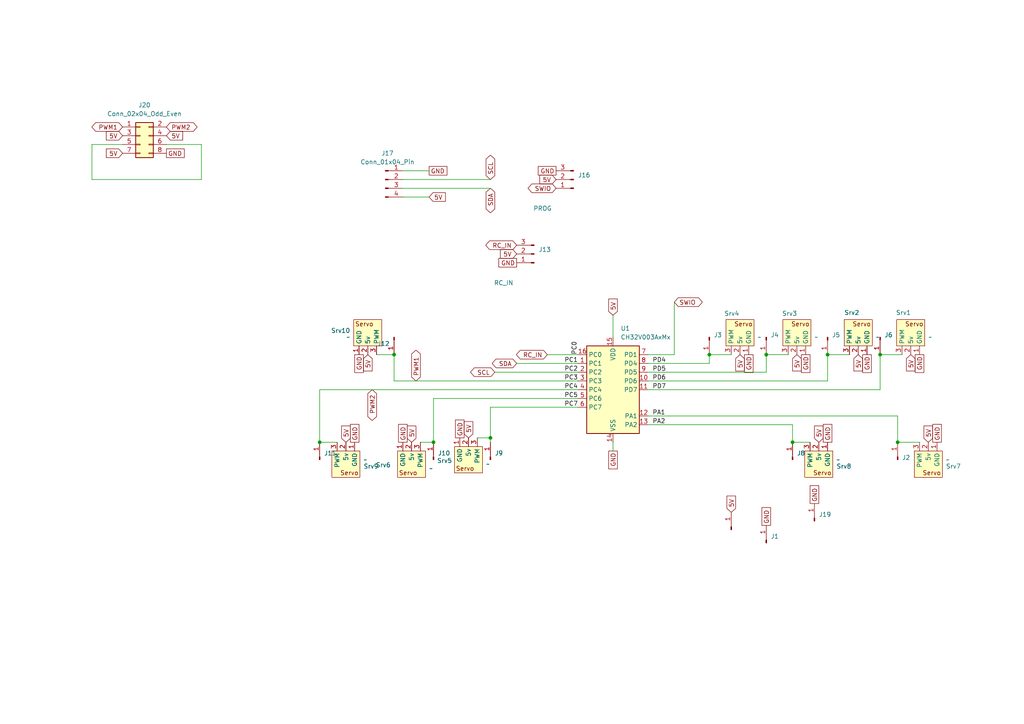
<source format=kicad_sch>
(kicad_sch (version 20231120) (generator "eeschema") (generator_version "8.0")
  (paper "A4")
  (title_block (title "ch32strip-b") (rev "01") (company "ADHDlab"))
  (lib_symbols
    (symbol "Connector:Conn_01x01_Pin" (pin_names (offset 1.016) hide)
      (property "Reference" "J" (at 0 2.54 0))
      (property "Value" "Conn_01x01_Pin" (at 0 -2.54 0))
      (symbol "Conn_01x01_Pin_1_1"
        (polyline (pts (xy 1.27 0) (xy 0.8636 0)) (stroke (width 0.1524)))
        (rectangle (start 0.8636 0.127) (end 0 -0.127) (stroke (width 0.1524)) (fill (type outline)))
        (pin passive line (at 5.08 0 180) (length 3.81) (name "Pin_1") (number "1"))
      )
    )
    (symbol "Connector:Conn_01x03_Pin" (pin_names (offset 1.016) hide)
      (property "Reference" "J" (at 0 5.08 0))
      (property "Value" "Conn_01x03_Pin" (at 0 -5.08 0))
      (symbol "Conn_01x03_Pin_1_1"
        (polyline (pts (xy 1.27 -2.54) (xy 0.8636 -2.54)) (stroke (width 0.1524)))
        (polyline (pts (xy 1.27 0) (xy 0.8636 0)) (stroke (width 0.1524)))
        (polyline (pts (xy 1.27 2.54) (xy 0.8636 2.54)) (stroke (width 0.1524)))
        (rectangle (start 0.8636 -2.413) (end 0 -2.667) (stroke (width 0.1524)) (fill (type outline)))
        (rectangle (start 0.8636 0.127) (end 0 -0.127) (stroke (width 0.1524)) (fill (type outline)))
        (rectangle (start 0.8636 2.667) (end 0 2.413) (stroke (width 0.1524)) (fill (type outline)))
        (pin passive line (at 5.08 2.54 180) (length 3.81) (name "Pin_1") (number "1"))
        (pin passive line (at 5.08 0 180) (length 3.81) (name "Pin_2") (number "2"))
        (pin passive line (at 5.08 -2.54 180) (length 3.81) (name "Pin_3") (number "3"))
      )
    )
    (symbol "Connector:Conn_01x04_Pin" (pin_names (offset 1.016) hide)
      (property "Reference" "J" (at 0 5.08 0))
      (property "Value" "Conn_01x04_Pin" (at 0 -7.62 0))
      (symbol "Conn_01x04_Pin_1_1"
        (polyline (pts (xy 1.27 -5.08) (xy 0.8636 -5.08)) (stroke (width 0.1524)))
        (polyline (pts (xy 1.27 -2.54) (xy 0.8636 -2.54)) (stroke (width 0.1524)))
        (polyline (pts (xy 1.27 0) (xy 0.8636 0)) (stroke (width 0.1524)))
        (polyline (pts (xy 1.27 2.54) (xy 0.8636 2.54)) (stroke (width 0.1524)))
        (rectangle (start 0.8636 -4.953) (end 0 -5.207) (stroke (width 0.1524)) (fill (type outline)))
        (rectangle (start 0.8636 -2.413) (end 0 -2.667) (stroke (width 0.1524)) (fill (type outline)))
        (rectangle (start 0.8636 0.127) (end 0 -0.127) (stroke (width 0.1524)) (fill (type outline)))
        (rectangle (start 0.8636 2.667) (end 0 2.413) (stroke (width 0.1524)) (fill (type outline)))
        (pin passive line (at 5.08 2.54 180) (length 3.81) (name "Pin_1") (number "1"))
        (pin passive line (at 5.08 0 180) (length 3.81) (name "Pin_2") (number "2"))
        (pin passive line (at 5.08 -2.54 180) (length 3.81) (name "Pin_3") (number "3"))
        (pin passive line (at 5.08 -5.08 180) (length 3.81) (name "Pin_4") (number "4"))
      )
    )
    (symbol "Connector_Generic:Conn_02x04_Odd_Even" (pin_names (offset 1.016) hide)
      (property "Reference" "J" (at 1.27 5.08 0))
      (property "Value" "Conn_02x04_Odd_Even" (at 1.27 -7.62 0))
      (symbol "Conn_02x04_Odd_Even_1_1"
        (rectangle (start -1.27 -4.953) (end 0 -5.207) (stroke (width 0.1524)))
        (rectangle (start -1.27 -2.413) (end 0 -2.667) (stroke (width 0.1524)))
        (rectangle (start -1.27 0.127) (end 0 -0.127) (stroke (width 0.1524)))
        (rectangle (start -1.27 2.667) (end 0 2.413) (stroke (width 0.1524)))
        (rectangle (start -1.27 3.81) (end 3.81 -6.35) (stroke (width 0.254)) (fill (type background)))
        (rectangle (start 3.81 -4.953) (end 2.54 -5.207) (stroke (width 0.1524)))
        (rectangle (start 3.81 -2.413) (end 2.54 -2.667) (stroke (width 0.1524)))
        (rectangle (start 3.81 0.127) (end 2.54 -0.127) (stroke (width 0.1524)))
        (rectangle (start 3.81 2.667) (end 2.54 2.413) (stroke (width 0.1524)))
        (pin passive line (at -5.08 2.54 0) (length 3.81) (name "Pin_1") (number "1"))
        (pin passive line (at 7.62 2.54 180) (length 3.81) (name "Pin_2") (number "2"))
        (pin passive line (at -5.08 0 0) (length 3.81) (name "Pin_3") (number "3"))
        (pin passive line (at 7.62 0 180) (length 3.81) (name "Pin_4") (number "4"))
        (pin passive line (at -5.08 -2.54 0) (length 3.81) (name "Pin_5") (number "5"))
        (pin passive line (at 7.62 -2.54 180) (length 3.81) (name "Pin_6") (number "6"))
        (pin passive line (at -5.08 -5.08 0) (length 3.81) (name "Pin_7") (number "7"))
        (pin passive line (at 7.62 -5.08 180) (length 3.81) (name "Pin_8") (number "8"))
      )
    )
    (symbol "MCU_WCH_CH32V0:CH32V003AxMx"
      (property "Reference" "U" (at -7.62 15.24 0))
      (property "Value" "CH32V003AxMx" (at 7.62 15.24 0))
      (symbol "CH32V003AxMx_1_1"
        (rectangle (start -7.62 12.7) (end 7.62 -12.7) (stroke (width 0.254)) (fill (type background)))
        (pin bidirectional line (at -10.16 7.62 0) (length 2.54) (name "PC1") (number "1"))
        (pin bidirectional line (at 10.16 2.54 180) (length 2.54) (name "PD6") (number "10"))
        (pin bidirectional line (at 10.16 0 180) (length 2.54) (name "PD7") (number "11"))
        (pin bidirectional line (at 10.16 -7.62 180) (length 2.54) (name "PA1") (number "12"))
        (pin bidirectional line (at 10.16 -10.16 180) (length 2.54) (name "PA2") (number "13"))
        (pin power_in line (at 0 -15.24 90) (length 2.54) (name "VSS") (number "14"))
        (pin power_in line (at 0 15.24 270) (length 2.54) (name "VDD") (number "15"))
        (pin bidirectional line (at -10.16 10.16 0) (length 2.54) (name "PC0") (number "16"))
        (pin bidirectional line (at -10.16 5.08 0) (length 2.54) (name "PC2") (number "2"))
        (pin bidirectional line (at -10.16 2.54 0) (length 2.54) (name "PC3") (number "3"))
        (pin bidirectional line (at -10.16 0 0) (length 2.54) (name "PC4") (number "4"))
        (pin bidirectional line (at -10.16 -2.54 0) (length 2.54) (name "PC6") (number "5"))
        (pin bidirectional line (at -10.16 -5.08 0) (length 2.54) (name "PC7") (number "6"))
        (pin bidirectional line (at 10.16 10.16 180) (length 2.54) (name "PD1") (number "7"))
        (pin bidirectional line (at 10.16 7.62 180) (length 2.54) (name "PD4") (number "8"))
        (pin bidirectional line (at 10.16 5.08 180) (length 2.54) (name "PD5") (number "9"))
      )
    )
    (symbol "kit:Servo_socket"
      (property "Reference" "Srv" (at 0 4.318 0))
      (symbol "Servo_socket_1_1"
        (rectangle (start 0 2.794) (end 7.62 -5.334) (fill (type background)))
        (text "Servo" (at 6.35 -2.286 900) (effects (font (size 1.27 1.27))))
        (pin passive line (at -2.54 -3.81 0) (length 2.54) (name "GND") (number "1"))
        (pin passive line (at -2.54 -1.27 0) (length 2.54) (name "5v") (number "2"))
        (pin passive line (at -2.54 1.27 0) (length 2.54) (name "PWM") (number "3"))
      )
    )
  )
  (junction (at 240.03 102.87))
  (junction (at 142.24 127))
  (junction (at 255.27 102.87))
  (junction (at 222.25 102.87))
  (junction (at 125.73 128.27))
  (junction (at 260.35 128.27))
  (junction (at 229.87 128.27))
  (junction (at 205.74 102.87))
  (junction (at 92.71 128.27))
  (junction (at 114.3 102.87))
  (wire (pts (xy 158.75 102.87) (xy 167.64 102.87)))
  (wire (pts (xy 229.87 128.27) (xy 229.87 123.19)))
  (wire (pts (xy 149.86 105.41) (xy 167.64 105.41)))
  (wire (pts (xy 26.67 41.91) (xy 26.67 52.07)))
  (wire (pts (xy 255.27 113.03) (xy 187.96 113.03)))
  (wire (pts (xy 92.71 128.27) (xy 97.79 128.27)))
  (wire (pts (xy 114.3 102.87) (xy 114.3 110.49)))
  (wire (pts (xy 229.87 123.19) (xy 187.96 123.19)))
  (wire (pts (xy 125.73 128.27) (xy 125.73 115.57)))
  (wire (pts (xy 92.71 113.03) (xy 92.71 128.27)))
  (wire (pts (xy 229.87 128.27) (xy 234.95 128.27)))
  (wire (pts (xy 195.58 87.63) (xy 195.58 102.87)))
  (wire (pts (xy 177.8 91.44) (xy 177.8 97.79)))
  (wire (pts (xy 92.71 113.03) (xy 167.64 113.03)))
  (wire (pts (xy 222.25 102.87) (xy 228.6 102.87)))
  (wire (pts (xy 195.58 102.87) (xy 187.96 102.87)))
  (wire (pts (xy 143.51 107.95) (xy 167.64 107.95)))
  (wire (pts (xy 116.84 57.15) (xy 124.46 57.15)))
  (wire (pts (xy 205.74 102.87) (xy 212.09 102.87)))
  (wire (pts (xy 255.27 102.87) (xy 255.27 113.03)))
  (wire (pts (xy 222.25 102.87) (xy 222.25 107.95)))
  (wire (pts (xy 142.24 127) (xy 142.24 128.27)))
  (wire (pts (xy 58.42 41.91) (xy 58.42 52.07)))
  (wire (pts (xy 260.35 128.27) (xy 266.7 128.27)))
  (wire (pts (xy 240.03 102.87) (xy 240.03 110.49)))
  (wire (pts (xy 125.73 115.57) (xy 167.64 115.57)))
  (wire (pts (xy 205.74 105.41) (xy 187.96 105.41)))
  (wire (pts (xy 255.27 102.87) (xy 261.62 102.87)))
  (wire (pts (xy 260.35 120.65) (xy 187.96 120.65)))
  (wire (pts (xy 35.56 41.91) (xy 26.67 41.91)))
  (wire (pts (xy 177.8 128.27) (xy 177.8 130.81)))
  (wire (pts (xy 187.96 107.95) (xy 222.25 107.95)))
  (wire (pts (xy 187.96 110.49) (xy 240.03 110.49)))
  (wire (pts (xy 260.35 128.27) (xy 260.35 120.65)))
  (wire (pts (xy 26.67 52.07) (xy 58.42 52.07)))
  (wire (pts (xy 121.92 128.27) (xy 125.73 128.27)))
  (wire (pts (xy 142.24 118.11) (xy 167.64 118.11)))
  (wire (pts (xy 116.84 49.53) (xy 124.46 49.53)))
  (wire (pts (xy 114.3 110.49) (xy 167.64 110.49)))
  (wire (pts (xy 116.84 52.07) (xy 142.24 52.07)))
  (wire (pts (xy 240.03 102.87) (xy 246.38 102.87)))
  (wire (pts (xy 142.24 127) (xy 142.24 118.11)))
  (wire (pts (xy 116.84 54.61) (xy 142.24 54.61)))
  (wire (pts (xy 114.3 102.87) (xy 109.22 102.87)))
  (wire (pts (xy 142.24 127) (xy 138.43 127)))
  (wire (pts (xy 205.74 102.87) (xy 205.74 105.41)))
  (wire (pts (xy 48.26 41.91) (xy 58.42 41.91)))
  (label "PC5" (at 167.64 115.57 180))
  (label "PA1" (at 189.23 120.65 0))
  (label "PD5" (at 189.23 107.95 0))
  (label "PC7" (at 167.64 118.11 180))
  (label "PD7" (at 189.23 113.03 0))
  (label "PC2" (at 167.64 107.95 180))
  (label "PC0" (at 167.64 102.87 90))
  (label "PC4" (at 167.64 113.03 180))
  (label "PC1" (at 167.64 105.41 180))
  (label "PA2" (at 189.23 123.19 0))
  (label "PC3" (at 167.64 110.49 180))
  (label "PD4" (at 189.23 105.41 0))
  (label "PD6" (at 189.23 110.49 0))
  (global_label "5V" (shape input) (at 237.49 128.27 90) (property "Intersheetrefs" "${INTERSHEET_REFS}" (effects (hide yes))))
  (global_label "SCL" (shape bidirectional) (at 143.51 107.95 180) (property "Intersheetrefs" "${INTERSHEET_REFS}" (effects (hide yes))))
  (global_label "GND" (shape passive) (at 149.86 76.2 180) (property "Intersheetrefs" "${INTERSHEET_REFS}" (effects (hide yes))))
  (global_label "GND" (shape passive) (at 102.87 128.27 90) (property "Intersheetrefs" "${INTERSHEET_REFS}" (effects (hide yes))))
  (global_label "GND" (shape passive) (at 48.26 44.45 0) (property "Intersheetrefs" "${INTERSHEET_REFS}" (effects (hide yes))))
  (global_label "5V" (shape input) (at 231.14 102.87 270) (property "Intersheetrefs" "${INTERSHEET_REFS}" (effects (hide yes))))
  (global_label "5V" (shape input) (at 35.56 44.45 180) (property "Intersheetrefs" "${INTERSHEET_REFS}" (effects (hide yes))))
  (global_label "5V" (shape input) (at 100.33 128.27 90) (property "Intersheetrefs" "${INTERSHEET_REFS}" (effects (hide yes))))
  (global_label "5V" (shape input) (at 149.86 73.66 180) (property "Intersheetrefs" "${INTERSHEET_REFS}" (effects (hide yes))))
  (global_label "PWM2" (shape bidirectional) (at 107.95 113.03 270) (property "Intersheetrefs" "${INTERSHEET_REFS}" (effects (hide yes))))
  (global_label "5V" (shape input) (at 269.24 128.27 90) (property "Intersheetrefs" "${INTERSHEET_REFS}" (effects (hide yes))))
  (global_label "GND" (shape passive) (at 161.29 49.53 180) (property "Intersheetrefs" "${INTERSHEET_REFS}" (effects (hide yes))))
  (global_label "PWM2" (shape bidirectional) (at 48.26 36.83 0) (property "Intersheetrefs" "${INTERSHEET_REFS}" (effects (hide yes))))
  (global_label "5V" (shape input) (at 161.29 52.07 180) (property "Intersheetrefs" "${INTERSHEET_REFS}" (effects (hide yes))))
  (global_label "PWM1" (shape bidirectional) (at 35.56 36.83 180) (property "Intersheetrefs" "${INTERSHEET_REFS}" (effects (hide yes))))
  (global_label "GND" (shape passive) (at 177.8 130.81 270) (property "Intersheetrefs" "${INTERSHEET_REFS}" (effects (hide yes))))
  (global_label "RC_IN" (shape bidirectional) (at 158.75 102.87 180) (property "Intersheetrefs" "${INTERSHEET_REFS}" (effects (hide yes))))
  (global_label "SCL" (shape bidirectional) (at 142.24 52.07 90) (property "Intersheetrefs" "${INTERSHEET_REFS}" (effects (hide yes))))
  (global_label "5V" (shape input) (at 119.38 128.27 90) (property "Intersheetrefs" "${INTERSHEET_REFS}" (effects (hide yes))))
  (global_label "5V" (shape input) (at 106.68 102.87 270) (property "Intersheetrefs" "${INTERSHEET_REFS}" (effects (hide yes))))
  (global_label "5V" (shape input) (at 214.63 102.87 270) (property "Intersheetrefs" "${INTERSHEET_REFS}" (effects (hide yes))))
  (global_label "GND" (shape passive) (at 266.7 102.87 270) (property "Intersheetrefs" "${INTERSHEET_REFS}" (effects (hide yes))))
  (global_label "RC_IN" (shape bidirectional) (at 149.86 71.12 180) (property "Intersheetrefs" "${INTERSHEET_REFS}" (effects (hide yes))))
  (global_label "SDA" (shape bidirectional) (at 142.24 54.61 270) (property "Intersheetrefs" "${INTERSHEET_REFS}" (effects (hide yes))))
  (global_label "5V" (shape input) (at 135.89 127 90) (property "Intersheetrefs" "${INTERSHEET_REFS}" (effects (hide yes))))
  (global_label "5V" (shape input) (at 264.16 102.87 270) (property "Intersheetrefs" "${INTERSHEET_REFS}" (effects (hide yes))))
  (global_label "GND" (shape passive) (at 222.25 152.4 90) (property "Intersheetrefs" "${INTERSHEET_REFS}" (effects (hide yes))))
  (global_label "GND" (shape passive) (at 271.78 128.27 90) (property "Intersheetrefs" "${INTERSHEET_REFS}" (effects (hide yes))))
  (global_label "5V" (shape input) (at 124.46 57.15 0) (property "Intersheetrefs" "${INTERSHEET_REFS}" (effects (hide yes))))
  (global_label "SWIO" (shape bidirectional) (at 161.29 54.61 180) (property "Intersheetrefs" "${INTERSHEET_REFS}" (effects (hide yes))))
  (global_label "GND" (shape passive) (at 236.22 146.05 90) (property "Intersheetrefs" "${INTERSHEET_REFS}" (effects (hide yes))))
  (global_label "5V" (shape input) (at 35.56 39.37 180) (property "Intersheetrefs" "${INTERSHEET_REFS}" (effects (hide yes))))
  (global_label "PWM1" (shape bidirectional) (at 120.65 110.49 90) (property "Intersheetrefs" "${INTERSHEET_REFS}" (effects (hide yes))))
  (global_label "GND" (shape passive) (at 133.35 127 90) (property "Intersheetrefs" "${INTERSHEET_REFS}" (effects (hide yes))))
  (global_label "GND" (shape passive) (at 124.46 49.53 0) (property "Intersheetrefs" "${INTERSHEET_REFS}" (effects (hide yes))))
  (global_label "SDA" (shape bidirectional) (at 149.86 105.41 180) (property "Intersheetrefs" "${INTERSHEET_REFS}" (effects (hide yes))))
  (global_label "GND" (shape passive) (at 240.03 128.27 90) (property "Intersheetrefs" "${INTERSHEET_REFS}" (effects (hide yes))))
  (global_label "5V" (shape input) (at 248.92 102.87 270) (property "Intersheetrefs" "${INTERSHEET_REFS}" (effects (hide yes))))
  (global_label "5V" (shape input) (at 48.26 39.37 0) (property "Intersheetrefs" "${INTERSHEET_REFS}" (effects (hide yes))))
  (global_label "SWIO" (shape bidirectional) (at 195.58 87.63 0) (property "Intersheetrefs" "${INTERSHEET_REFS}" (effects (hide yes))))
  (global_label "GND" (shape passive) (at 104.14 102.87 270) (property "Intersheetrefs" "${INTERSHEET_REFS}" (effects (hide yes))))
  (global_label "5V" (shape input) (at 212.09 148.59 90) (property "Intersheetrefs" "${INTERSHEET_REFS}" (effects (hide yes))))
  (global_label "5V" (shape input) (at 177.8 91.44 90) (property "Intersheetrefs" "${INTERSHEET_REFS}" (effects (hide yes))))
  (global_label "GND" (shape passive) (at 217.17 102.87 270) (property "Intersheetrefs" "${INTERSHEET_REFS}" (effects (hide yes))))
  (global_label "GND" (shape passive) (at 233.68 102.87 270) (property "Intersheetrefs" "${INTERSHEET_REFS}" (effects (hide yes))))
  (global_label "GND" (shape passive) (at 116.84 128.27 90) (property "Intersheetrefs" "${INTERSHEET_REFS}" (effects (hide yes))))
  (global_label "GND" (shape passive) (at 251.46 102.87 270) (property "Intersheetrefs" "${INTERSHEET_REFS}" (effects (hide yes))))
  (symbol (lib_id "MCU_WCH_CH32V0:CH32V003AxMx") (at 177.8 113.03 0) (unit 1)
    (property "Reference" "U1" (at 179.9941 95.25 0) (effects (justify left)))
    (property "Value" "CH32V003AxMx" (at 179.9941 97.79 0) (effects (justify left)))
    (property "Footprint" "Package_SO:SOP-16_3.9x9.9mm_P1.27mm" (effects (hide yes)))
    (property "Datasheet" "https://www.wch-ic.com/products/CH32V003.html" (effects (hide yes)))
    (property "Description" "CH32V003 series are industrial-grade general-purpose microcontrollers designed based on 32-bit RISC-V instruction set and architecture. It adopts QingKe V2A core, RV32EC instruction set, and supports 2 levels of interrupt nesting. The series are mounted with rich peripheral interfaces and function modules. Its internal organizational structure meets the low-cost and low-power embedded application scenarios." (effects (hide yes)))
  )
  (symbol (lib_id "Connector:Conn_01x01_Pin") (at 222.25 157.48 90) (unit 1)
    (property "Reference" "J1" (at 223.52 155.5749 90) (effects (justify right)))
    (property "Value" "Conn_01x01_Pin" (effects (hide yes)))
    (property "Footprint" "Stripe-ch32:stripe" (effects (hide yes)))
    (property "Description" "Generic connector, single row, 01x01, script generated" (effects (hide yes)))
  )
  (symbol (lib_id "kit:Servo_socket") (at 107.95 100.33 270) (mirror x) (unit 1)
    (property "Reference" "Srv10" (at 101.6 95.8849 90) (effects (justify right)))
    (property "Value" "~" (at 101.6 97.79 90) (effects (justify right)))
    (property "Footprint" "Stripe-ch32:Servo_pads" (effects (hide yes)))
  )
  (symbol (lib_id "Connector:Conn_01x01_Pin") (at 125.73 133.35 90) (unit 1)
    (property "Reference" "J10" (at 127 131.4449 90) (effects (justify right)))
    (property "Value" "Conn_01x01_Pin" (effects (hide yes)))
    (property "Footprint" "Stripe-ch32:stripe" (effects (hide yes)))
    (property "Description" "Generic connector, single row, 01x01, script generated" (effects (hide yes)))
  )
  (symbol (lib_id "kit:Servo_socket") (at 120.65 130.81 270) (unit 1)
    (property "Reference" "Srv6" (at 108.966 134.874 90) (effects (justify left)))
    (property "Value" "~" (at 124.46 135.89 90) (effects (justify left)))
    (property "Footprint" "Stripe-ch32:Servo_pads" (effects (hide yes)))
  )
  (symbol (lib_id "Connector:Conn_01x01_Pin") (at 229.87 133.35 90) (unit 1)
    (property "Reference" "J8" (at 231.14 131.4449 90) (effects (justify right)))
    (property "Value" "Conn_01x01_Pin" (effects (hide yes)))
    (property "Footprint" "Stripe-ch32:stripe" (effects (hide yes)))
    (property "Description" "Generic connector, single row, 01x01, script generated" (effects (hide yes)))
  )
  (symbol (lib_id "Connector:Conn_01x03_Pin") (at 166.37 52.07 180) (unit 1)
    (property "Reference" "J16" (at 167.64 50.7999 0) (effects (justify right)))
    (property "Value" "PROG" (at 154.686 60.452 0) (effects (justify right)))
    (property "Footprint" "Stripe-ch32:Servo_pads" (effects (hide yes)))
    (property "Description" "Generic connector, single row, 01x03, script generated" (effects (hide yes)))
  )
  (symbol (lib_id "kit:Servo_socket") (at 213.36 100.33 90) (unit 1)
    (property "Reference" "Srv4" (at 210.058 90.932 90) (effects (justify right)))
    (property "Value" "~" (at 219.71 97.79 90) (effects (justify right)))
    (property "Footprint" "Stripe-ch32:Servo_pads" (effects (hide yes)))
  )
  (symbol (lib_id "Connector:Conn_01x03_Pin") (at 154.94 73.66 180) (unit 1)
    (property "Reference" "J13" (at 156.21 72.3899 0) (effects (justify right)))
    (property "Value" "RC_IN" (at 143.256 82.042 0) (effects (justify right)))
    (property "Footprint" "Connector_JST:JST_XH_B3B-XH-AM_1x03_P2.50mm_Vertical" (effects (hide yes)))
    (property "Description" "Generic connector, single row, 01x03, script generated" (effects (hide yes)))
  )
  (symbol (lib_id "Connector:Conn_01x01_Pin") (at 240.03 97.79 270) (unit 1)
    (property "Reference" "J5" (at 241.3 97.1549 90) (effects (justify left)))
    (property "Value" "Conn_01x01_Pin" (effects (hide yes)))
    (property "Footprint" "Stripe-ch32:stripe" (effects (hide yes)))
    (property "Description" "Generic connector, single row, 01x01, script generated" (effects (hide yes)))
  )
  (symbol (lib_id "kit:Servo_socket") (at 262.89 100.33 90) (unit 1)
    (property "Reference" "Srv1" (at 259.842 90.678 90) (effects (justify right)))
    (property "Value" "~" (at 269.24 97.79 90) (effects (justify right)))
    (property "Footprint" "Stripe-ch32:Servo_pads" (effects (hide yes)))
  )
  (symbol (lib_id "kit:Servo_socket") (at 229.87 100.33 90) (unit 1)
    (property "Reference" "Srv3" (at 226.822 90.932 90) (effects (justify right)))
    (property "Value" "~" (at 236.22 97.79 90) (effects (justify right)))
    (property "Footprint" "Stripe-ch32:Servo_pads" (effects (hide yes)))
  )
  (symbol (lib_id "Connector:Conn_01x01_Pin") (at 260.35 133.35 90) (unit 1)
    (property "Reference" "J2" (at 261.62 132.7149 90) (effects (justify right)))
    (property "Value" "Conn_01x01_Pin" (effects (hide yes)))
    (property "Footprint" "Stripe-ch32:stripe" (effects (hide yes)))
    (property "Description" "Generic connector, single row, 01x01, script generated" (effects (hide yes)))
  )
  (symbol (lib_id "kit:Servo_socket") (at 99.06 130.81 90) (mirror x) (unit 1)
    (property "Reference" "Srv9" (at 105.41 135.2551 90) (effects (justify right)))
    (property "Value" "~" (at 105.41 133.35 90) (effects (justify right)))
    (property "Footprint" "Stripe-ch32:Servo_pads" (effects (hide yes)))
  )
  (symbol (lib_id "Connector_Generic:Conn_02x04_Odd_Even") (at 40.64 39.37 0) (unit 1)
    (property "Reference" "J20" (at 41.91 30.48 0))
    (property "Value" "Conn_02x04_Odd_Even" (at 41.91 33.02 0))
    (property "Footprint" "Connector_PinHeader_2.54mm:PinHeader_2x04_P2.54mm_Vertical" (effects (hide yes)))
    (property "Description" "Generic connector, double row, 02x04, odd/even pin numbering scheme (row 1 odd numbers, row 2 even numbers), script generated (kicad-library-utils/schlib/autogen/connector/)" (effects (hide yes)))
  )
  (symbol (lib_id "Connector:Conn_01x04_Pin") (at 111.76 52.07 0) (unit 1)
    (property "Reference" "J17" (at 112.395 44.45 0))
    (property "Value" "Conn_01x04_Pin" (at 112.395 46.99 0))
    (property "Footprint" "Connector_JST:JST_XH_B4B-XH-AM_1x04_P2.50mm_Vertical" (effects (hide yes)))
    (property "Description" "Generic connector, single row, 01x04, script generated" (effects (hide yes)))
  )
  (symbol (lib_id "Connector:Conn_01x01_Pin") (at 255.27 97.79 270) (unit 1)
    (property "Reference" "J6" (at 256.54 97.1549 90) (effects (justify left)))
    (property "Value" "Conn_01x01_Pin" (effects (hide yes)))
    (property "Footprint" "Stripe-ch32:stripe" (effects (hide yes)))
    (property "Description" "Generic connector, single row, 01x01, script generated" (effects (hide yes)))
  )
  (symbol (lib_id "Connector:Conn_01x01_Pin") (at 212.09 153.67 90) (unit 1)
    (property "Reference" "J18" (effects (hide yes)))
    (property "Value" "Conn_01x01_Pin" (effects (hide yes)))
    (property "Footprint" "Stripe-ch32:stripe" (effects (hide yes)))
    (property "Description" "Generic connector, single row, 01x01, script generated" (effects (hide yes)))
  )
  (symbol (lib_id "Connector:Conn_01x01_Pin") (at 205.74 97.79 270) (unit 1)
    (property "Reference" "J3" (at 207.01 97.1549 90) (effects (justify left)))
    (property "Value" "Conn_01x01_Pin" (effects (hide yes)))
    (property "Footprint" "Stripe-ch32:stripe" (effects (hide yes)))
    (property "Description" "Generic connector, single row, 01x01, script generated" (effects (hide yes)))
  )
  (symbol (lib_id "kit:Servo_socket") (at 247.65 100.33 90) (unit 1)
    (property "Reference" "Srv2" (at 244.856 90.678 90) (effects (justify right)))
    (property "Value" "~" (at 254 97.79 90) (effects (justify right)))
    (property "Footprint" "Stripe-ch32:Servo_pads" (effects (hide yes)))
  )
  (symbol (lib_id "kit:Servo_socket") (at 267.97 130.81 90) (mirror x) (unit 1)
    (property "Reference" "Srv7" (at 274.32 135.2551 90) (effects (justify right)))
    (property "Value" "~" (at 274.32 133.35 90) (effects (justify right)))
    (property "Footprint" "Stripe-ch32:Servo_pads" (effects (hide yes)))
  )
  (symbol (lib_id "Connector:Conn_01x01_Pin") (at 236.22 151.13 90) (unit 1)
    (property "Reference" "J19" (at 237.49 149.2249 90) (effects (justify right)))
    (property "Value" "Conn_01x01_Pin" (effects (hide yes)))
    (property "Footprint" "Stripe-ch32:stripe" (effects (hide yes)))
    (property "Description" "Generic connector, single row, 01x01, script generated" (effects (hide yes)))
  )
  (symbol (lib_id "kit:Servo_socket") (at 236.22 130.81 90) (mirror x) (unit 1)
    (property "Reference" "Srv8" (at 242.57 135.2551 90) (effects (justify right)))
    (property "Value" "~" (at 242.57 133.35 90) (effects (justify right)))
    (property "Footprint" "Stripe-ch32:Servo_pads" (effects (hide yes)))
  )
  (symbol (lib_id "kit:Servo_socket") (at 137.16 129.54 270) (unit 1)
    (property "Reference" "Srv5" (at 126.746 133.604 90) (effects (justify left)))
    (property "Value" "~" (at 140.97 134.62 90) (effects (justify left)))
    (property "Footprint" "Stripe-ch32:Servo_pads" (effects (hide yes)))
  )
  (symbol (lib_id "Connector:Conn_01x01_Pin") (at 142.24 133.35 90) (unit 1)
    (property "Reference" "J9" (at 143.51 131.4449 90) (effects (justify right)))
    (property "Value" "Conn_01x01_Pin" (effects (hide yes)))
    (property "Footprint" "Stripe-ch32:stripe" (effects (hide yes)))
    (property "Description" "Generic connector, single row, 01x01, script generated" (effects (hide yes)))
  )
  (symbol (lib_id "Connector:Conn_01x01_Pin") (at 222.25 97.79 270) (unit 1)
    (property "Reference" "J4" (at 223.52 97.1549 90) (effects (justify left)))
    (property "Value" "Conn_01x01_Pin" (effects (hide yes)))
    (property "Footprint" "Stripe-ch32:stripe" (effects (hide yes)))
    (property "Description" "Generic connector, single row, 01x01, script generated" (effects (hide yes)))
  )
  (symbol (lib_id "Connector:Conn_01x01_Pin") (at 92.71 133.35 90) (unit 1)
    (property "Reference" "J11" (at 93.98 131.4449 90) (effects (justify right)))
    (property "Value" "Conn_01x01_Pin" (effects (hide yes)))
    (property "Footprint" "Stripe-ch32:stripe" (effects (hide yes)))
    (property "Description" "Generic connector, single row, 01x01, script generated" (effects (hide yes)))
  )
  (symbol (lib_id "Connector:Conn_01x01_Pin") (at 114.3 97.79 270) (unit 1)
    (property "Reference" "J12" (at 113.03 99.6951 90) (effects (justify right)))
    (property "Value" "Conn_01x01_Pin" (effects (hide yes)))
    (property "Footprint" "Stripe-ch32:stripe" (effects (hide yes)))
    (property "Description" "Generic connector, single row, 01x01, script generated" (effects (hide yes)))
  )
)
</source>
